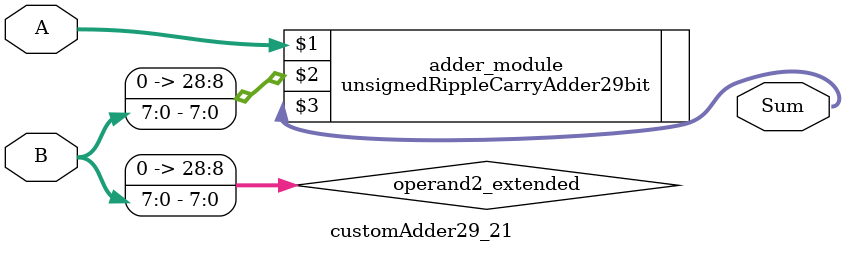
<source format=v>

module customAdder29_21(
                    input [28 : 0] A,
                    input [7 : 0] B,
                    
                    output [29 : 0] Sum
            );

    wire [28 : 0] operand2_extended;
    
    assign operand2_extended =  {21'b0, B};
    
    unsignedRippleCarryAdder29bit adder_module(
        A,
        operand2_extended,
        Sum
    );
    
endmodule
        
</source>
